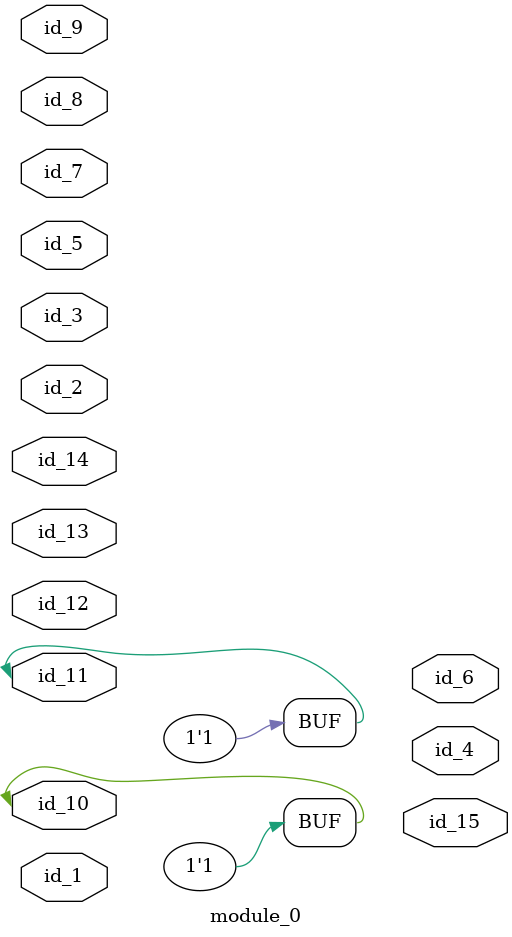
<source format=v>
`timescale 1ps / 1 ps
module module_0 (
    id_1,
    id_2,
    id_3,
    id_4,
    id_5,
    id_6,
    id_7,
    id_8,
    id_9,
    id_10,
    id_11,
    id_12,
    id_13,
    id_14,
    id_15
);
  output id_15;
  input id_14;
  inout id_13;
  input id_12;
  inout id_11;
  inout id_10;
  input id_9;
  input id_8;
  inout id_7;
  output id_6;
  inout id_5;
  output id_4;
  input id_3;
  inout id_2;
  inout id_1;
  assign id_10 = 1;
  assign id_11 = 1;
endmodule

</source>
